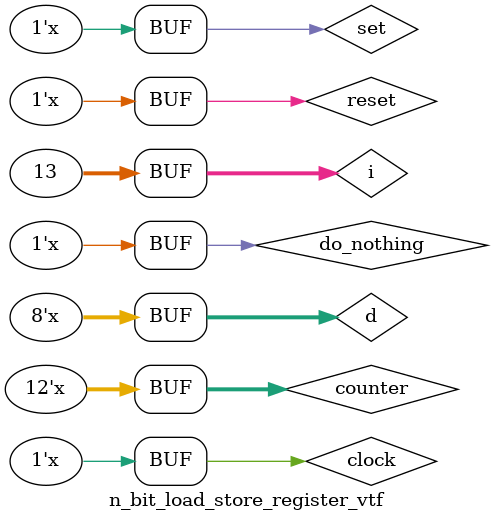
<source format=v>
`timescale 1ns / 1ps


module n_bit_load_store_register_vtf;

	parameter n = 8;
	// Inputs
	reg clock;
	reg set;
	reg reset;
	reg do_nothing;
	reg [n-1:0] d;

	reg [n-1+1+1+1+1:0] counter;
	reg error;
	reg [n-1:0] q_correct;
	
	integer i;

	// Outputs
	wire [n-1:0] q;

	// Instantiate the Unit Under Test (UUT)
	n_bit_load_store_register uut (
		.clock(clock), 
		.d(d), 
		.set(set), 
		.reset(reset), 
		.do_nothing(do_nothing), 
		.q(q)
	);

	initial begin
		// Initialize Inputs
		clock = 0;
		d = 0;
		set = 0;
		reset = 0;
		do_nothing = 0;
		counter = 0;
		error = 0;

		// Wait 100 ns for global reset to finish
		#100;
        
		// Add stimulus here

	end
	
	always
	begin
		#20;
		counter = counter + 1;
		
		clock = counter[0];
		set = counter[1];
		reset = counter[2];
		do_nothing = counter[3];
	
		for (i = 4; i < n+1+1+1+1+1; i = i + 1)
			d[i-4] = counter[i];
	end
	
	always@(posedge(clock))
	begin
		#1;
		if (reset == 0)
			for (i = 0; i < n; i = i + 1)
				q_correct[i] = 0;
		else if (set == 0)
			for (i = 0; i < n; i = i + 1)
				q_correct[i] = 1;
		else
			for (i = 0; i < n; i = i + 1)
				if (do_nothing == 0)
					q_correct[i] = d[i];
		#1;
		error = 0;
		for (i = 0; i < n; i = i + 1)
			if (q_correct[i] != q[i])
				error = 1;
	end
      
endmodule


</source>
